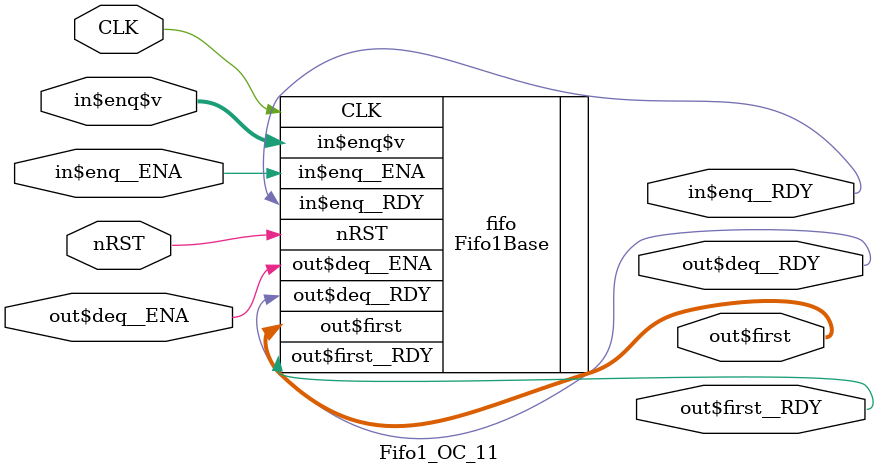
<source format=v>
`include "echo.generated.vh"

`default_nettype none
module Fifo1_OC_11 (input wire CLK, input wire nRST,
    input wire in$enq__ENA,
    input wire [31:0]in$enq$v,
    output wire in$enq__RDY,
    input wire out$deq__ENA,
    output wire out$deq__RDY,
    output wire [31:0]out$first,
    output wire out$first__RDY);
    Fifo1Base#(32) fifo (.CLK(CLK), .nRST(nRST),
        .in$enq__ENA(in$enq__ENA),
        .in$enq$v(in$enq$v),
        .in$enq__RDY(in$enq__RDY),
        .out$deq__ENA(out$deq__ENA),
        .out$deq__RDY(out$deq__RDY),
        .out$first(out$first),
        .out$first__RDY(out$first__RDY));
endmodule 

`default_nettype wire    // set back to default value

</source>
